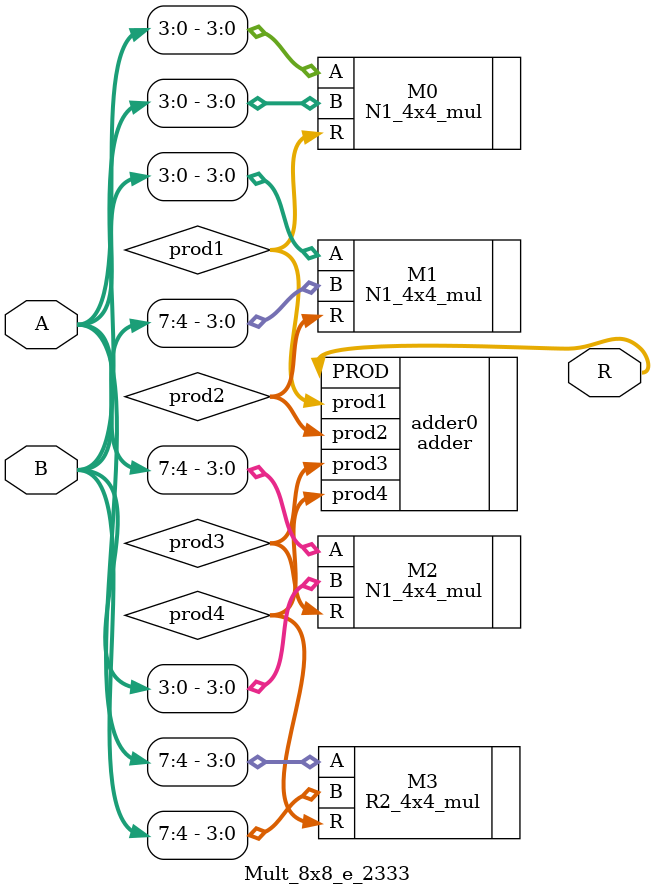
<source format=v>
module Mult_8x8_e_2333(
input [7:0] A,
input [7:0] B,
output [15:0]R
);
wire [7:0]prod1;
wire [7:0]prod2;
wire [7:0]prod3;
wire [7:0]prod4;

N1_4x4_mul M0(.A(A[3:0]),.B(B[3:0]),.R(prod1));
N1_4x4_mul M1(.A(A[3:0]),.B(B[7:4]),.R(prod2));
N1_4x4_mul M2(.A(A[7:4]),.B(B[3:0]),.R(prod3));
R2_4x4_mul M3(.A(A[7:4]),.B(B[7:4]),.R(prod4));
adder adder0(.prod1(prod1),.prod2(prod2),.prod3(prod3),.prod4(prod4),.PROD(R));
endmodule

</source>
